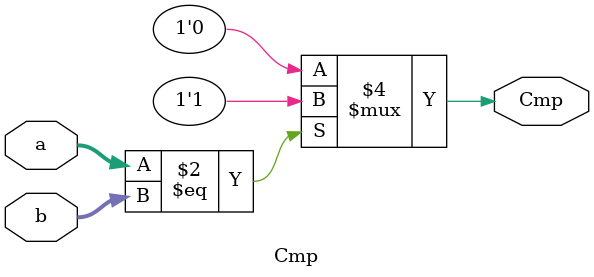
<source format=v>
`timescale 1ns/1ns
module Cmp (a , b,Cmp);
  
  input[13:0] 
              a,
              b;
  
  output reg Cmp;
  
  //assign Cmp = (a==b && c==d)?1'b1:1'b0;
  
   	always@(*) begin
   	  if(a==b)
   	    Cmp <= 1'b1;
 	    else
 	      Cmp <= 1'b0;
 	  end
 	      
   	

endmodule
</source>
